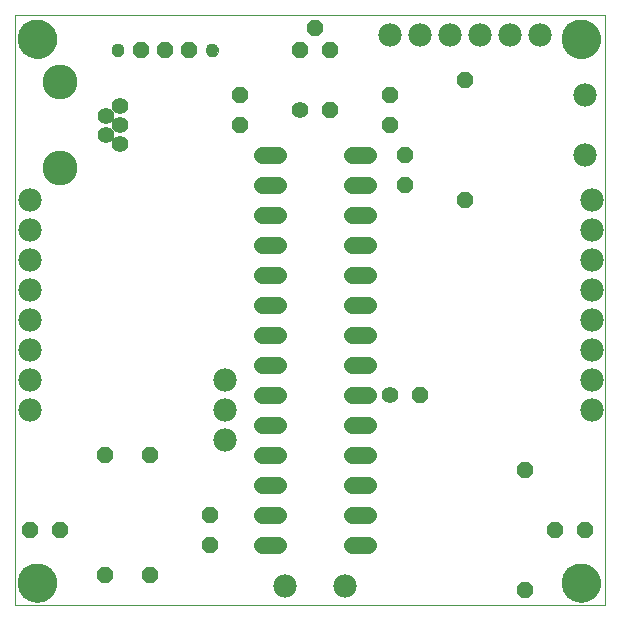
<source format=gts>
G75*
%MOIN*%
%OFA0B0*%
%FSLAX25Y25*%
%IPPOS*%
%LPD*%
%AMOC8*
5,1,8,0,0,1.08239X$1,22.5*
%
%ADD10C,0.00000*%
%ADD11C,0.12998*%
%ADD12OC8,0.05600*%
%ADD13C,0.05600*%
%ADD14C,0.05550*%
%ADD15C,0.11620*%
%ADD16C,0.07800*%
%ADD17C,0.05600*%
%ADD18C,0.03550*%
%ADD19C,0.04337*%
%ADD20OC8,0.05550*%
D10*
X0001800Y0001800D02*
X0001800Y0198650D01*
X0198650Y0198650D01*
X0198650Y0001800D01*
X0001800Y0001800D01*
X0003001Y0009300D02*
X0003003Y0009458D01*
X0003009Y0009616D01*
X0003019Y0009774D01*
X0003033Y0009932D01*
X0003051Y0010089D01*
X0003072Y0010246D01*
X0003098Y0010402D01*
X0003128Y0010558D01*
X0003161Y0010713D01*
X0003199Y0010866D01*
X0003240Y0011019D01*
X0003285Y0011171D01*
X0003334Y0011322D01*
X0003387Y0011471D01*
X0003443Y0011619D01*
X0003503Y0011765D01*
X0003567Y0011910D01*
X0003635Y0012053D01*
X0003706Y0012195D01*
X0003780Y0012335D01*
X0003858Y0012472D01*
X0003940Y0012608D01*
X0004024Y0012742D01*
X0004113Y0012873D01*
X0004204Y0013002D01*
X0004299Y0013129D01*
X0004396Y0013254D01*
X0004497Y0013376D01*
X0004601Y0013495D01*
X0004708Y0013612D01*
X0004818Y0013726D01*
X0004931Y0013837D01*
X0005046Y0013946D01*
X0005164Y0014051D01*
X0005285Y0014153D01*
X0005408Y0014253D01*
X0005534Y0014349D01*
X0005662Y0014442D01*
X0005792Y0014532D01*
X0005925Y0014618D01*
X0006060Y0014702D01*
X0006196Y0014781D01*
X0006335Y0014858D01*
X0006476Y0014930D01*
X0006618Y0015000D01*
X0006762Y0015065D01*
X0006908Y0015127D01*
X0007055Y0015185D01*
X0007204Y0015240D01*
X0007354Y0015291D01*
X0007505Y0015338D01*
X0007657Y0015381D01*
X0007810Y0015420D01*
X0007965Y0015456D01*
X0008120Y0015487D01*
X0008276Y0015515D01*
X0008432Y0015539D01*
X0008589Y0015559D01*
X0008747Y0015575D01*
X0008904Y0015587D01*
X0009063Y0015595D01*
X0009221Y0015599D01*
X0009379Y0015599D01*
X0009537Y0015595D01*
X0009696Y0015587D01*
X0009853Y0015575D01*
X0010011Y0015559D01*
X0010168Y0015539D01*
X0010324Y0015515D01*
X0010480Y0015487D01*
X0010635Y0015456D01*
X0010790Y0015420D01*
X0010943Y0015381D01*
X0011095Y0015338D01*
X0011246Y0015291D01*
X0011396Y0015240D01*
X0011545Y0015185D01*
X0011692Y0015127D01*
X0011838Y0015065D01*
X0011982Y0015000D01*
X0012124Y0014930D01*
X0012265Y0014858D01*
X0012404Y0014781D01*
X0012540Y0014702D01*
X0012675Y0014618D01*
X0012808Y0014532D01*
X0012938Y0014442D01*
X0013066Y0014349D01*
X0013192Y0014253D01*
X0013315Y0014153D01*
X0013436Y0014051D01*
X0013554Y0013946D01*
X0013669Y0013837D01*
X0013782Y0013726D01*
X0013892Y0013612D01*
X0013999Y0013495D01*
X0014103Y0013376D01*
X0014204Y0013254D01*
X0014301Y0013129D01*
X0014396Y0013002D01*
X0014487Y0012873D01*
X0014576Y0012742D01*
X0014660Y0012608D01*
X0014742Y0012472D01*
X0014820Y0012335D01*
X0014894Y0012195D01*
X0014965Y0012053D01*
X0015033Y0011910D01*
X0015097Y0011765D01*
X0015157Y0011619D01*
X0015213Y0011471D01*
X0015266Y0011322D01*
X0015315Y0011171D01*
X0015360Y0011019D01*
X0015401Y0010866D01*
X0015439Y0010713D01*
X0015472Y0010558D01*
X0015502Y0010402D01*
X0015528Y0010246D01*
X0015549Y0010089D01*
X0015567Y0009932D01*
X0015581Y0009774D01*
X0015591Y0009616D01*
X0015597Y0009458D01*
X0015599Y0009300D01*
X0015597Y0009142D01*
X0015591Y0008984D01*
X0015581Y0008826D01*
X0015567Y0008668D01*
X0015549Y0008511D01*
X0015528Y0008354D01*
X0015502Y0008198D01*
X0015472Y0008042D01*
X0015439Y0007887D01*
X0015401Y0007734D01*
X0015360Y0007581D01*
X0015315Y0007429D01*
X0015266Y0007278D01*
X0015213Y0007129D01*
X0015157Y0006981D01*
X0015097Y0006835D01*
X0015033Y0006690D01*
X0014965Y0006547D01*
X0014894Y0006405D01*
X0014820Y0006265D01*
X0014742Y0006128D01*
X0014660Y0005992D01*
X0014576Y0005858D01*
X0014487Y0005727D01*
X0014396Y0005598D01*
X0014301Y0005471D01*
X0014204Y0005346D01*
X0014103Y0005224D01*
X0013999Y0005105D01*
X0013892Y0004988D01*
X0013782Y0004874D01*
X0013669Y0004763D01*
X0013554Y0004654D01*
X0013436Y0004549D01*
X0013315Y0004447D01*
X0013192Y0004347D01*
X0013066Y0004251D01*
X0012938Y0004158D01*
X0012808Y0004068D01*
X0012675Y0003982D01*
X0012540Y0003898D01*
X0012404Y0003819D01*
X0012265Y0003742D01*
X0012124Y0003670D01*
X0011982Y0003600D01*
X0011838Y0003535D01*
X0011692Y0003473D01*
X0011545Y0003415D01*
X0011396Y0003360D01*
X0011246Y0003309D01*
X0011095Y0003262D01*
X0010943Y0003219D01*
X0010790Y0003180D01*
X0010635Y0003144D01*
X0010480Y0003113D01*
X0010324Y0003085D01*
X0010168Y0003061D01*
X0010011Y0003041D01*
X0009853Y0003025D01*
X0009696Y0003013D01*
X0009537Y0003005D01*
X0009379Y0003001D01*
X0009221Y0003001D01*
X0009063Y0003005D01*
X0008904Y0003013D01*
X0008747Y0003025D01*
X0008589Y0003041D01*
X0008432Y0003061D01*
X0008276Y0003085D01*
X0008120Y0003113D01*
X0007965Y0003144D01*
X0007810Y0003180D01*
X0007657Y0003219D01*
X0007505Y0003262D01*
X0007354Y0003309D01*
X0007204Y0003360D01*
X0007055Y0003415D01*
X0006908Y0003473D01*
X0006762Y0003535D01*
X0006618Y0003600D01*
X0006476Y0003670D01*
X0006335Y0003742D01*
X0006196Y0003819D01*
X0006060Y0003898D01*
X0005925Y0003982D01*
X0005792Y0004068D01*
X0005662Y0004158D01*
X0005534Y0004251D01*
X0005408Y0004347D01*
X0005285Y0004447D01*
X0005164Y0004549D01*
X0005046Y0004654D01*
X0004931Y0004763D01*
X0004818Y0004874D01*
X0004708Y0004988D01*
X0004601Y0005105D01*
X0004497Y0005224D01*
X0004396Y0005346D01*
X0004299Y0005471D01*
X0004204Y0005598D01*
X0004113Y0005727D01*
X0004024Y0005858D01*
X0003940Y0005992D01*
X0003858Y0006128D01*
X0003780Y0006265D01*
X0003706Y0006405D01*
X0003635Y0006547D01*
X0003567Y0006690D01*
X0003503Y0006835D01*
X0003443Y0006981D01*
X0003387Y0007129D01*
X0003334Y0007278D01*
X0003285Y0007429D01*
X0003240Y0007581D01*
X0003199Y0007734D01*
X0003161Y0007887D01*
X0003128Y0008042D01*
X0003098Y0008198D01*
X0003072Y0008354D01*
X0003051Y0008511D01*
X0003033Y0008668D01*
X0003019Y0008826D01*
X0003009Y0008984D01*
X0003003Y0009142D01*
X0003001Y0009300D01*
X0034083Y0186800D02*
X0034085Y0186888D01*
X0034091Y0186976D01*
X0034101Y0187064D01*
X0034115Y0187152D01*
X0034132Y0187238D01*
X0034154Y0187324D01*
X0034179Y0187408D01*
X0034209Y0187492D01*
X0034241Y0187574D01*
X0034278Y0187654D01*
X0034318Y0187733D01*
X0034362Y0187810D01*
X0034409Y0187885D01*
X0034459Y0187957D01*
X0034513Y0188028D01*
X0034569Y0188095D01*
X0034629Y0188161D01*
X0034691Y0188223D01*
X0034757Y0188283D01*
X0034824Y0188339D01*
X0034895Y0188393D01*
X0034967Y0188443D01*
X0035042Y0188490D01*
X0035119Y0188534D01*
X0035198Y0188574D01*
X0035278Y0188611D01*
X0035360Y0188643D01*
X0035444Y0188673D01*
X0035528Y0188698D01*
X0035614Y0188720D01*
X0035700Y0188737D01*
X0035788Y0188751D01*
X0035876Y0188761D01*
X0035964Y0188767D01*
X0036052Y0188769D01*
X0036140Y0188767D01*
X0036228Y0188761D01*
X0036316Y0188751D01*
X0036404Y0188737D01*
X0036490Y0188720D01*
X0036576Y0188698D01*
X0036660Y0188673D01*
X0036744Y0188643D01*
X0036826Y0188611D01*
X0036906Y0188574D01*
X0036985Y0188534D01*
X0037062Y0188490D01*
X0037137Y0188443D01*
X0037209Y0188393D01*
X0037280Y0188339D01*
X0037347Y0188283D01*
X0037413Y0188223D01*
X0037475Y0188161D01*
X0037535Y0188095D01*
X0037591Y0188028D01*
X0037645Y0187957D01*
X0037695Y0187885D01*
X0037742Y0187810D01*
X0037786Y0187733D01*
X0037826Y0187654D01*
X0037863Y0187574D01*
X0037895Y0187492D01*
X0037925Y0187408D01*
X0037950Y0187324D01*
X0037972Y0187238D01*
X0037989Y0187152D01*
X0038003Y0187064D01*
X0038013Y0186976D01*
X0038019Y0186888D01*
X0038021Y0186800D01*
X0038019Y0186712D01*
X0038013Y0186624D01*
X0038003Y0186536D01*
X0037989Y0186448D01*
X0037972Y0186362D01*
X0037950Y0186276D01*
X0037925Y0186192D01*
X0037895Y0186108D01*
X0037863Y0186026D01*
X0037826Y0185946D01*
X0037786Y0185867D01*
X0037742Y0185790D01*
X0037695Y0185715D01*
X0037645Y0185643D01*
X0037591Y0185572D01*
X0037535Y0185505D01*
X0037475Y0185439D01*
X0037413Y0185377D01*
X0037347Y0185317D01*
X0037280Y0185261D01*
X0037209Y0185207D01*
X0037137Y0185157D01*
X0037062Y0185110D01*
X0036985Y0185066D01*
X0036906Y0185026D01*
X0036826Y0184989D01*
X0036744Y0184957D01*
X0036660Y0184927D01*
X0036576Y0184902D01*
X0036490Y0184880D01*
X0036404Y0184863D01*
X0036316Y0184849D01*
X0036228Y0184839D01*
X0036140Y0184833D01*
X0036052Y0184831D01*
X0035964Y0184833D01*
X0035876Y0184839D01*
X0035788Y0184849D01*
X0035700Y0184863D01*
X0035614Y0184880D01*
X0035528Y0184902D01*
X0035444Y0184927D01*
X0035360Y0184957D01*
X0035278Y0184989D01*
X0035198Y0185026D01*
X0035119Y0185066D01*
X0035042Y0185110D01*
X0034967Y0185157D01*
X0034895Y0185207D01*
X0034824Y0185261D01*
X0034757Y0185317D01*
X0034691Y0185377D01*
X0034629Y0185439D01*
X0034569Y0185505D01*
X0034513Y0185572D01*
X0034459Y0185643D01*
X0034409Y0185715D01*
X0034362Y0185790D01*
X0034318Y0185867D01*
X0034278Y0185946D01*
X0034241Y0186026D01*
X0034209Y0186108D01*
X0034179Y0186192D01*
X0034154Y0186276D01*
X0034132Y0186362D01*
X0034115Y0186448D01*
X0034101Y0186536D01*
X0034091Y0186624D01*
X0034085Y0186712D01*
X0034083Y0186800D01*
X0042351Y0186800D02*
X0042353Y0186879D01*
X0042359Y0186958D01*
X0042369Y0187037D01*
X0042383Y0187115D01*
X0042400Y0187192D01*
X0042422Y0187268D01*
X0042447Y0187343D01*
X0042477Y0187416D01*
X0042509Y0187488D01*
X0042546Y0187559D01*
X0042586Y0187627D01*
X0042629Y0187693D01*
X0042675Y0187757D01*
X0042725Y0187819D01*
X0042778Y0187878D01*
X0042833Y0187934D01*
X0042892Y0187988D01*
X0042953Y0188038D01*
X0043016Y0188086D01*
X0043082Y0188130D01*
X0043150Y0188171D01*
X0043220Y0188208D01*
X0043291Y0188242D01*
X0043365Y0188272D01*
X0043439Y0188298D01*
X0043515Y0188320D01*
X0043592Y0188339D01*
X0043670Y0188354D01*
X0043748Y0188365D01*
X0043827Y0188372D01*
X0043906Y0188375D01*
X0043985Y0188374D01*
X0044064Y0188369D01*
X0044143Y0188360D01*
X0044221Y0188347D01*
X0044298Y0188330D01*
X0044375Y0188310D01*
X0044450Y0188285D01*
X0044524Y0188257D01*
X0044597Y0188225D01*
X0044667Y0188190D01*
X0044736Y0188151D01*
X0044803Y0188108D01*
X0044868Y0188062D01*
X0044930Y0188014D01*
X0044990Y0187962D01*
X0045047Y0187907D01*
X0045101Y0187849D01*
X0045152Y0187789D01*
X0045200Y0187726D01*
X0045245Y0187661D01*
X0045287Y0187593D01*
X0045325Y0187524D01*
X0045359Y0187453D01*
X0045390Y0187380D01*
X0045418Y0187305D01*
X0045441Y0187230D01*
X0045461Y0187153D01*
X0045477Y0187076D01*
X0045489Y0186997D01*
X0045497Y0186919D01*
X0045501Y0186840D01*
X0045501Y0186760D01*
X0045497Y0186681D01*
X0045489Y0186603D01*
X0045477Y0186524D01*
X0045461Y0186447D01*
X0045441Y0186370D01*
X0045418Y0186295D01*
X0045390Y0186220D01*
X0045359Y0186147D01*
X0045325Y0186076D01*
X0045287Y0186007D01*
X0045245Y0185939D01*
X0045200Y0185874D01*
X0045152Y0185811D01*
X0045101Y0185751D01*
X0045047Y0185693D01*
X0044990Y0185638D01*
X0044930Y0185586D01*
X0044868Y0185538D01*
X0044803Y0185492D01*
X0044736Y0185449D01*
X0044667Y0185410D01*
X0044597Y0185375D01*
X0044524Y0185343D01*
X0044450Y0185315D01*
X0044375Y0185290D01*
X0044298Y0185270D01*
X0044221Y0185253D01*
X0044143Y0185240D01*
X0044064Y0185231D01*
X0043985Y0185226D01*
X0043906Y0185225D01*
X0043827Y0185228D01*
X0043748Y0185235D01*
X0043670Y0185246D01*
X0043592Y0185261D01*
X0043515Y0185280D01*
X0043439Y0185302D01*
X0043365Y0185328D01*
X0043291Y0185358D01*
X0043220Y0185392D01*
X0043150Y0185429D01*
X0043082Y0185470D01*
X0043016Y0185514D01*
X0042953Y0185562D01*
X0042892Y0185612D01*
X0042833Y0185666D01*
X0042778Y0185722D01*
X0042725Y0185781D01*
X0042675Y0185843D01*
X0042629Y0185907D01*
X0042586Y0185973D01*
X0042546Y0186041D01*
X0042509Y0186112D01*
X0042477Y0186184D01*
X0042447Y0186257D01*
X0042422Y0186332D01*
X0042400Y0186408D01*
X0042383Y0186485D01*
X0042369Y0186563D01*
X0042359Y0186642D01*
X0042353Y0186721D01*
X0042351Y0186800D01*
X0050225Y0186800D02*
X0050227Y0186879D01*
X0050233Y0186958D01*
X0050243Y0187037D01*
X0050257Y0187115D01*
X0050274Y0187192D01*
X0050296Y0187268D01*
X0050321Y0187343D01*
X0050351Y0187416D01*
X0050383Y0187488D01*
X0050420Y0187559D01*
X0050460Y0187627D01*
X0050503Y0187693D01*
X0050549Y0187757D01*
X0050599Y0187819D01*
X0050652Y0187878D01*
X0050707Y0187934D01*
X0050766Y0187988D01*
X0050827Y0188038D01*
X0050890Y0188086D01*
X0050956Y0188130D01*
X0051024Y0188171D01*
X0051094Y0188208D01*
X0051165Y0188242D01*
X0051239Y0188272D01*
X0051313Y0188298D01*
X0051389Y0188320D01*
X0051466Y0188339D01*
X0051544Y0188354D01*
X0051622Y0188365D01*
X0051701Y0188372D01*
X0051780Y0188375D01*
X0051859Y0188374D01*
X0051938Y0188369D01*
X0052017Y0188360D01*
X0052095Y0188347D01*
X0052172Y0188330D01*
X0052249Y0188310D01*
X0052324Y0188285D01*
X0052398Y0188257D01*
X0052471Y0188225D01*
X0052541Y0188190D01*
X0052610Y0188151D01*
X0052677Y0188108D01*
X0052742Y0188062D01*
X0052804Y0188014D01*
X0052864Y0187962D01*
X0052921Y0187907D01*
X0052975Y0187849D01*
X0053026Y0187789D01*
X0053074Y0187726D01*
X0053119Y0187661D01*
X0053161Y0187593D01*
X0053199Y0187524D01*
X0053233Y0187453D01*
X0053264Y0187380D01*
X0053292Y0187305D01*
X0053315Y0187230D01*
X0053335Y0187153D01*
X0053351Y0187076D01*
X0053363Y0186997D01*
X0053371Y0186919D01*
X0053375Y0186840D01*
X0053375Y0186760D01*
X0053371Y0186681D01*
X0053363Y0186603D01*
X0053351Y0186524D01*
X0053335Y0186447D01*
X0053315Y0186370D01*
X0053292Y0186295D01*
X0053264Y0186220D01*
X0053233Y0186147D01*
X0053199Y0186076D01*
X0053161Y0186007D01*
X0053119Y0185939D01*
X0053074Y0185874D01*
X0053026Y0185811D01*
X0052975Y0185751D01*
X0052921Y0185693D01*
X0052864Y0185638D01*
X0052804Y0185586D01*
X0052742Y0185538D01*
X0052677Y0185492D01*
X0052610Y0185449D01*
X0052541Y0185410D01*
X0052471Y0185375D01*
X0052398Y0185343D01*
X0052324Y0185315D01*
X0052249Y0185290D01*
X0052172Y0185270D01*
X0052095Y0185253D01*
X0052017Y0185240D01*
X0051938Y0185231D01*
X0051859Y0185226D01*
X0051780Y0185225D01*
X0051701Y0185228D01*
X0051622Y0185235D01*
X0051544Y0185246D01*
X0051466Y0185261D01*
X0051389Y0185280D01*
X0051313Y0185302D01*
X0051239Y0185328D01*
X0051165Y0185358D01*
X0051094Y0185392D01*
X0051024Y0185429D01*
X0050956Y0185470D01*
X0050890Y0185514D01*
X0050827Y0185562D01*
X0050766Y0185612D01*
X0050707Y0185666D01*
X0050652Y0185722D01*
X0050599Y0185781D01*
X0050549Y0185843D01*
X0050503Y0185907D01*
X0050460Y0185973D01*
X0050420Y0186041D01*
X0050383Y0186112D01*
X0050351Y0186184D01*
X0050321Y0186257D01*
X0050296Y0186332D01*
X0050274Y0186408D01*
X0050257Y0186485D01*
X0050243Y0186563D01*
X0050233Y0186642D01*
X0050227Y0186721D01*
X0050225Y0186800D01*
X0058099Y0186800D02*
X0058101Y0186879D01*
X0058107Y0186958D01*
X0058117Y0187037D01*
X0058131Y0187115D01*
X0058148Y0187192D01*
X0058170Y0187268D01*
X0058195Y0187343D01*
X0058225Y0187416D01*
X0058257Y0187488D01*
X0058294Y0187559D01*
X0058334Y0187627D01*
X0058377Y0187693D01*
X0058423Y0187757D01*
X0058473Y0187819D01*
X0058526Y0187878D01*
X0058581Y0187934D01*
X0058640Y0187988D01*
X0058701Y0188038D01*
X0058764Y0188086D01*
X0058830Y0188130D01*
X0058898Y0188171D01*
X0058968Y0188208D01*
X0059039Y0188242D01*
X0059113Y0188272D01*
X0059187Y0188298D01*
X0059263Y0188320D01*
X0059340Y0188339D01*
X0059418Y0188354D01*
X0059496Y0188365D01*
X0059575Y0188372D01*
X0059654Y0188375D01*
X0059733Y0188374D01*
X0059812Y0188369D01*
X0059891Y0188360D01*
X0059969Y0188347D01*
X0060046Y0188330D01*
X0060123Y0188310D01*
X0060198Y0188285D01*
X0060272Y0188257D01*
X0060345Y0188225D01*
X0060415Y0188190D01*
X0060484Y0188151D01*
X0060551Y0188108D01*
X0060616Y0188062D01*
X0060678Y0188014D01*
X0060738Y0187962D01*
X0060795Y0187907D01*
X0060849Y0187849D01*
X0060900Y0187789D01*
X0060948Y0187726D01*
X0060993Y0187661D01*
X0061035Y0187593D01*
X0061073Y0187524D01*
X0061107Y0187453D01*
X0061138Y0187380D01*
X0061166Y0187305D01*
X0061189Y0187230D01*
X0061209Y0187153D01*
X0061225Y0187076D01*
X0061237Y0186997D01*
X0061245Y0186919D01*
X0061249Y0186840D01*
X0061249Y0186760D01*
X0061245Y0186681D01*
X0061237Y0186603D01*
X0061225Y0186524D01*
X0061209Y0186447D01*
X0061189Y0186370D01*
X0061166Y0186295D01*
X0061138Y0186220D01*
X0061107Y0186147D01*
X0061073Y0186076D01*
X0061035Y0186007D01*
X0060993Y0185939D01*
X0060948Y0185874D01*
X0060900Y0185811D01*
X0060849Y0185751D01*
X0060795Y0185693D01*
X0060738Y0185638D01*
X0060678Y0185586D01*
X0060616Y0185538D01*
X0060551Y0185492D01*
X0060484Y0185449D01*
X0060415Y0185410D01*
X0060345Y0185375D01*
X0060272Y0185343D01*
X0060198Y0185315D01*
X0060123Y0185290D01*
X0060046Y0185270D01*
X0059969Y0185253D01*
X0059891Y0185240D01*
X0059812Y0185231D01*
X0059733Y0185226D01*
X0059654Y0185225D01*
X0059575Y0185228D01*
X0059496Y0185235D01*
X0059418Y0185246D01*
X0059340Y0185261D01*
X0059263Y0185280D01*
X0059187Y0185302D01*
X0059113Y0185328D01*
X0059039Y0185358D01*
X0058968Y0185392D01*
X0058898Y0185429D01*
X0058830Y0185470D01*
X0058764Y0185514D01*
X0058701Y0185562D01*
X0058640Y0185612D01*
X0058581Y0185666D01*
X0058526Y0185722D01*
X0058473Y0185781D01*
X0058423Y0185843D01*
X0058377Y0185907D01*
X0058334Y0185973D01*
X0058294Y0186041D01*
X0058257Y0186112D01*
X0058225Y0186184D01*
X0058195Y0186257D01*
X0058170Y0186332D01*
X0058148Y0186408D01*
X0058131Y0186485D01*
X0058117Y0186563D01*
X0058107Y0186642D01*
X0058101Y0186721D01*
X0058099Y0186800D01*
X0065579Y0186800D02*
X0065581Y0186888D01*
X0065587Y0186976D01*
X0065597Y0187064D01*
X0065611Y0187152D01*
X0065628Y0187238D01*
X0065650Y0187324D01*
X0065675Y0187408D01*
X0065705Y0187492D01*
X0065737Y0187574D01*
X0065774Y0187654D01*
X0065814Y0187733D01*
X0065858Y0187810D01*
X0065905Y0187885D01*
X0065955Y0187957D01*
X0066009Y0188028D01*
X0066065Y0188095D01*
X0066125Y0188161D01*
X0066187Y0188223D01*
X0066253Y0188283D01*
X0066320Y0188339D01*
X0066391Y0188393D01*
X0066463Y0188443D01*
X0066538Y0188490D01*
X0066615Y0188534D01*
X0066694Y0188574D01*
X0066774Y0188611D01*
X0066856Y0188643D01*
X0066940Y0188673D01*
X0067024Y0188698D01*
X0067110Y0188720D01*
X0067196Y0188737D01*
X0067284Y0188751D01*
X0067372Y0188761D01*
X0067460Y0188767D01*
X0067548Y0188769D01*
X0067636Y0188767D01*
X0067724Y0188761D01*
X0067812Y0188751D01*
X0067900Y0188737D01*
X0067986Y0188720D01*
X0068072Y0188698D01*
X0068156Y0188673D01*
X0068240Y0188643D01*
X0068322Y0188611D01*
X0068402Y0188574D01*
X0068481Y0188534D01*
X0068558Y0188490D01*
X0068633Y0188443D01*
X0068705Y0188393D01*
X0068776Y0188339D01*
X0068843Y0188283D01*
X0068909Y0188223D01*
X0068971Y0188161D01*
X0069031Y0188095D01*
X0069087Y0188028D01*
X0069141Y0187957D01*
X0069191Y0187885D01*
X0069238Y0187810D01*
X0069282Y0187733D01*
X0069322Y0187654D01*
X0069359Y0187574D01*
X0069391Y0187492D01*
X0069421Y0187408D01*
X0069446Y0187324D01*
X0069468Y0187238D01*
X0069485Y0187152D01*
X0069499Y0187064D01*
X0069509Y0186976D01*
X0069515Y0186888D01*
X0069517Y0186800D01*
X0069515Y0186712D01*
X0069509Y0186624D01*
X0069499Y0186536D01*
X0069485Y0186448D01*
X0069468Y0186362D01*
X0069446Y0186276D01*
X0069421Y0186192D01*
X0069391Y0186108D01*
X0069359Y0186026D01*
X0069322Y0185946D01*
X0069282Y0185867D01*
X0069238Y0185790D01*
X0069191Y0185715D01*
X0069141Y0185643D01*
X0069087Y0185572D01*
X0069031Y0185505D01*
X0068971Y0185439D01*
X0068909Y0185377D01*
X0068843Y0185317D01*
X0068776Y0185261D01*
X0068705Y0185207D01*
X0068633Y0185157D01*
X0068558Y0185110D01*
X0068481Y0185066D01*
X0068402Y0185026D01*
X0068322Y0184989D01*
X0068240Y0184957D01*
X0068156Y0184927D01*
X0068072Y0184902D01*
X0067986Y0184880D01*
X0067900Y0184863D01*
X0067812Y0184849D01*
X0067724Y0184839D01*
X0067636Y0184833D01*
X0067548Y0184831D01*
X0067460Y0184833D01*
X0067372Y0184839D01*
X0067284Y0184849D01*
X0067196Y0184863D01*
X0067110Y0184880D01*
X0067024Y0184902D01*
X0066940Y0184927D01*
X0066856Y0184957D01*
X0066774Y0184989D01*
X0066694Y0185026D01*
X0066615Y0185066D01*
X0066538Y0185110D01*
X0066463Y0185157D01*
X0066391Y0185207D01*
X0066320Y0185261D01*
X0066253Y0185317D01*
X0066187Y0185377D01*
X0066125Y0185439D01*
X0066065Y0185505D01*
X0066009Y0185572D01*
X0065955Y0185643D01*
X0065905Y0185715D01*
X0065858Y0185790D01*
X0065814Y0185867D01*
X0065774Y0185946D01*
X0065737Y0186026D01*
X0065705Y0186108D01*
X0065675Y0186192D01*
X0065650Y0186276D01*
X0065628Y0186362D01*
X0065611Y0186448D01*
X0065597Y0186536D01*
X0065587Y0186624D01*
X0065581Y0186712D01*
X0065579Y0186800D01*
X0003001Y0190550D02*
X0003003Y0190708D01*
X0003009Y0190866D01*
X0003019Y0191024D01*
X0003033Y0191182D01*
X0003051Y0191339D01*
X0003072Y0191496D01*
X0003098Y0191652D01*
X0003128Y0191808D01*
X0003161Y0191963D01*
X0003199Y0192116D01*
X0003240Y0192269D01*
X0003285Y0192421D01*
X0003334Y0192572D01*
X0003387Y0192721D01*
X0003443Y0192869D01*
X0003503Y0193015D01*
X0003567Y0193160D01*
X0003635Y0193303D01*
X0003706Y0193445D01*
X0003780Y0193585D01*
X0003858Y0193722D01*
X0003940Y0193858D01*
X0004024Y0193992D01*
X0004113Y0194123D01*
X0004204Y0194252D01*
X0004299Y0194379D01*
X0004396Y0194504D01*
X0004497Y0194626D01*
X0004601Y0194745D01*
X0004708Y0194862D01*
X0004818Y0194976D01*
X0004931Y0195087D01*
X0005046Y0195196D01*
X0005164Y0195301D01*
X0005285Y0195403D01*
X0005408Y0195503D01*
X0005534Y0195599D01*
X0005662Y0195692D01*
X0005792Y0195782D01*
X0005925Y0195868D01*
X0006060Y0195952D01*
X0006196Y0196031D01*
X0006335Y0196108D01*
X0006476Y0196180D01*
X0006618Y0196250D01*
X0006762Y0196315D01*
X0006908Y0196377D01*
X0007055Y0196435D01*
X0007204Y0196490D01*
X0007354Y0196541D01*
X0007505Y0196588D01*
X0007657Y0196631D01*
X0007810Y0196670D01*
X0007965Y0196706D01*
X0008120Y0196737D01*
X0008276Y0196765D01*
X0008432Y0196789D01*
X0008589Y0196809D01*
X0008747Y0196825D01*
X0008904Y0196837D01*
X0009063Y0196845D01*
X0009221Y0196849D01*
X0009379Y0196849D01*
X0009537Y0196845D01*
X0009696Y0196837D01*
X0009853Y0196825D01*
X0010011Y0196809D01*
X0010168Y0196789D01*
X0010324Y0196765D01*
X0010480Y0196737D01*
X0010635Y0196706D01*
X0010790Y0196670D01*
X0010943Y0196631D01*
X0011095Y0196588D01*
X0011246Y0196541D01*
X0011396Y0196490D01*
X0011545Y0196435D01*
X0011692Y0196377D01*
X0011838Y0196315D01*
X0011982Y0196250D01*
X0012124Y0196180D01*
X0012265Y0196108D01*
X0012404Y0196031D01*
X0012540Y0195952D01*
X0012675Y0195868D01*
X0012808Y0195782D01*
X0012938Y0195692D01*
X0013066Y0195599D01*
X0013192Y0195503D01*
X0013315Y0195403D01*
X0013436Y0195301D01*
X0013554Y0195196D01*
X0013669Y0195087D01*
X0013782Y0194976D01*
X0013892Y0194862D01*
X0013999Y0194745D01*
X0014103Y0194626D01*
X0014204Y0194504D01*
X0014301Y0194379D01*
X0014396Y0194252D01*
X0014487Y0194123D01*
X0014576Y0193992D01*
X0014660Y0193858D01*
X0014742Y0193722D01*
X0014820Y0193585D01*
X0014894Y0193445D01*
X0014965Y0193303D01*
X0015033Y0193160D01*
X0015097Y0193015D01*
X0015157Y0192869D01*
X0015213Y0192721D01*
X0015266Y0192572D01*
X0015315Y0192421D01*
X0015360Y0192269D01*
X0015401Y0192116D01*
X0015439Y0191963D01*
X0015472Y0191808D01*
X0015502Y0191652D01*
X0015528Y0191496D01*
X0015549Y0191339D01*
X0015567Y0191182D01*
X0015581Y0191024D01*
X0015591Y0190866D01*
X0015597Y0190708D01*
X0015599Y0190550D01*
X0015597Y0190392D01*
X0015591Y0190234D01*
X0015581Y0190076D01*
X0015567Y0189918D01*
X0015549Y0189761D01*
X0015528Y0189604D01*
X0015502Y0189448D01*
X0015472Y0189292D01*
X0015439Y0189137D01*
X0015401Y0188984D01*
X0015360Y0188831D01*
X0015315Y0188679D01*
X0015266Y0188528D01*
X0015213Y0188379D01*
X0015157Y0188231D01*
X0015097Y0188085D01*
X0015033Y0187940D01*
X0014965Y0187797D01*
X0014894Y0187655D01*
X0014820Y0187515D01*
X0014742Y0187378D01*
X0014660Y0187242D01*
X0014576Y0187108D01*
X0014487Y0186977D01*
X0014396Y0186848D01*
X0014301Y0186721D01*
X0014204Y0186596D01*
X0014103Y0186474D01*
X0013999Y0186355D01*
X0013892Y0186238D01*
X0013782Y0186124D01*
X0013669Y0186013D01*
X0013554Y0185904D01*
X0013436Y0185799D01*
X0013315Y0185697D01*
X0013192Y0185597D01*
X0013066Y0185501D01*
X0012938Y0185408D01*
X0012808Y0185318D01*
X0012675Y0185232D01*
X0012540Y0185148D01*
X0012404Y0185069D01*
X0012265Y0184992D01*
X0012124Y0184920D01*
X0011982Y0184850D01*
X0011838Y0184785D01*
X0011692Y0184723D01*
X0011545Y0184665D01*
X0011396Y0184610D01*
X0011246Y0184559D01*
X0011095Y0184512D01*
X0010943Y0184469D01*
X0010790Y0184430D01*
X0010635Y0184394D01*
X0010480Y0184363D01*
X0010324Y0184335D01*
X0010168Y0184311D01*
X0010011Y0184291D01*
X0009853Y0184275D01*
X0009696Y0184263D01*
X0009537Y0184255D01*
X0009379Y0184251D01*
X0009221Y0184251D01*
X0009063Y0184255D01*
X0008904Y0184263D01*
X0008747Y0184275D01*
X0008589Y0184291D01*
X0008432Y0184311D01*
X0008276Y0184335D01*
X0008120Y0184363D01*
X0007965Y0184394D01*
X0007810Y0184430D01*
X0007657Y0184469D01*
X0007505Y0184512D01*
X0007354Y0184559D01*
X0007204Y0184610D01*
X0007055Y0184665D01*
X0006908Y0184723D01*
X0006762Y0184785D01*
X0006618Y0184850D01*
X0006476Y0184920D01*
X0006335Y0184992D01*
X0006196Y0185069D01*
X0006060Y0185148D01*
X0005925Y0185232D01*
X0005792Y0185318D01*
X0005662Y0185408D01*
X0005534Y0185501D01*
X0005408Y0185597D01*
X0005285Y0185697D01*
X0005164Y0185799D01*
X0005046Y0185904D01*
X0004931Y0186013D01*
X0004818Y0186124D01*
X0004708Y0186238D01*
X0004601Y0186355D01*
X0004497Y0186474D01*
X0004396Y0186596D01*
X0004299Y0186721D01*
X0004204Y0186848D01*
X0004113Y0186977D01*
X0004024Y0187108D01*
X0003940Y0187242D01*
X0003858Y0187378D01*
X0003780Y0187515D01*
X0003706Y0187655D01*
X0003635Y0187797D01*
X0003567Y0187940D01*
X0003503Y0188085D01*
X0003443Y0188231D01*
X0003387Y0188379D01*
X0003334Y0188528D01*
X0003285Y0188679D01*
X0003240Y0188831D01*
X0003199Y0188984D01*
X0003161Y0189137D01*
X0003128Y0189292D01*
X0003098Y0189448D01*
X0003072Y0189604D01*
X0003051Y0189761D01*
X0003033Y0189918D01*
X0003019Y0190076D01*
X0003009Y0190234D01*
X0003003Y0190392D01*
X0003001Y0190550D01*
X0184251Y0190550D02*
X0184253Y0190708D01*
X0184259Y0190866D01*
X0184269Y0191024D01*
X0184283Y0191182D01*
X0184301Y0191339D01*
X0184322Y0191496D01*
X0184348Y0191652D01*
X0184378Y0191808D01*
X0184411Y0191963D01*
X0184449Y0192116D01*
X0184490Y0192269D01*
X0184535Y0192421D01*
X0184584Y0192572D01*
X0184637Y0192721D01*
X0184693Y0192869D01*
X0184753Y0193015D01*
X0184817Y0193160D01*
X0184885Y0193303D01*
X0184956Y0193445D01*
X0185030Y0193585D01*
X0185108Y0193722D01*
X0185190Y0193858D01*
X0185274Y0193992D01*
X0185363Y0194123D01*
X0185454Y0194252D01*
X0185549Y0194379D01*
X0185646Y0194504D01*
X0185747Y0194626D01*
X0185851Y0194745D01*
X0185958Y0194862D01*
X0186068Y0194976D01*
X0186181Y0195087D01*
X0186296Y0195196D01*
X0186414Y0195301D01*
X0186535Y0195403D01*
X0186658Y0195503D01*
X0186784Y0195599D01*
X0186912Y0195692D01*
X0187042Y0195782D01*
X0187175Y0195868D01*
X0187310Y0195952D01*
X0187446Y0196031D01*
X0187585Y0196108D01*
X0187726Y0196180D01*
X0187868Y0196250D01*
X0188012Y0196315D01*
X0188158Y0196377D01*
X0188305Y0196435D01*
X0188454Y0196490D01*
X0188604Y0196541D01*
X0188755Y0196588D01*
X0188907Y0196631D01*
X0189060Y0196670D01*
X0189215Y0196706D01*
X0189370Y0196737D01*
X0189526Y0196765D01*
X0189682Y0196789D01*
X0189839Y0196809D01*
X0189997Y0196825D01*
X0190154Y0196837D01*
X0190313Y0196845D01*
X0190471Y0196849D01*
X0190629Y0196849D01*
X0190787Y0196845D01*
X0190946Y0196837D01*
X0191103Y0196825D01*
X0191261Y0196809D01*
X0191418Y0196789D01*
X0191574Y0196765D01*
X0191730Y0196737D01*
X0191885Y0196706D01*
X0192040Y0196670D01*
X0192193Y0196631D01*
X0192345Y0196588D01*
X0192496Y0196541D01*
X0192646Y0196490D01*
X0192795Y0196435D01*
X0192942Y0196377D01*
X0193088Y0196315D01*
X0193232Y0196250D01*
X0193374Y0196180D01*
X0193515Y0196108D01*
X0193654Y0196031D01*
X0193790Y0195952D01*
X0193925Y0195868D01*
X0194058Y0195782D01*
X0194188Y0195692D01*
X0194316Y0195599D01*
X0194442Y0195503D01*
X0194565Y0195403D01*
X0194686Y0195301D01*
X0194804Y0195196D01*
X0194919Y0195087D01*
X0195032Y0194976D01*
X0195142Y0194862D01*
X0195249Y0194745D01*
X0195353Y0194626D01*
X0195454Y0194504D01*
X0195551Y0194379D01*
X0195646Y0194252D01*
X0195737Y0194123D01*
X0195826Y0193992D01*
X0195910Y0193858D01*
X0195992Y0193722D01*
X0196070Y0193585D01*
X0196144Y0193445D01*
X0196215Y0193303D01*
X0196283Y0193160D01*
X0196347Y0193015D01*
X0196407Y0192869D01*
X0196463Y0192721D01*
X0196516Y0192572D01*
X0196565Y0192421D01*
X0196610Y0192269D01*
X0196651Y0192116D01*
X0196689Y0191963D01*
X0196722Y0191808D01*
X0196752Y0191652D01*
X0196778Y0191496D01*
X0196799Y0191339D01*
X0196817Y0191182D01*
X0196831Y0191024D01*
X0196841Y0190866D01*
X0196847Y0190708D01*
X0196849Y0190550D01*
X0196847Y0190392D01*
X0196841Y0190234D01*
X0196831Y0190076D01*
X0196817Y0189918D01*
X0196799Y0189761D01*
X0196778Y0189604D01*
X0196752Y0189448D01*
X0196722Y0189292D01*
X0196689Y0189137D01*
X0196651Y0188984D01*
X0196610Y0188831D01*
X0196565Y0188679D01*
X0196516Y0188528D01*
X0196463Y0188379D01*
X0196407Y0188231D01*
X0196347Y0188085D01*
X0196283Y0187940D01*
X0196215Y0187797D01*
X0196144Y0187655D01*
X0196070Y0187515D01*
X0195992Y0187378D01*
X0195910Y0187242D01*
X0195826Y0187108D01*
X0195737Y0186977D01*
X0195646Y0186848D01*
X0195551Y0186721D01*
X0195454Y0186596D01*
X0195353Y0186474D01*
X0195249Y0186355D01*
X0195142Y0186238D01*
X0195032Y0186124D01*
X0194919Y0186013D01*
X0194804Y0185904D01*
X0194686Y0185799D01*
X0194565Y0185697D01*
X0194442Y0185597D01*
X0194316Y0185501D01*
X0194188Y0185408D01*
X0194058Y0185318D01*
X0193925Y0185232D01*
X0193790Y0185148D01*
X0193654Y0185069D01*
X0193515Y0184992D01*
X0193374Y0184920D01*
X0193232Y0184850D01*
X0193088Y0184785D01*
X0192942Y0184723D01*
X0192795Y0184665D01*
X0192646Y0184610D01*
X0192496Y0184559D01*
X0192345Y0184512D01*
X0192193Y0184469D01*
X0192040Y0184430D01*
X0191885Y0184394D01*
X0191730Y0184363D01*
X0191574Y0184335D01*
X0191418Y0184311D01*
X0191261Y0184291D01*
X0191103Y0184275D01*
X0190946Y0184263D01*
X0190787Y0184255D01*
X0190629Y0184251D01*
X0190471Y0184251D01*
X0190313Y0184255D01*
X0190154Y0184263D01*
X0189997Y0184275D01*
X0189839Y0184291D01*
X0189682Y0184311D01*
X0189526Y0184335D01*
X0189370Y0184363D01*
X0189215Y0184394D01*
X0189060Y0184430D01*
X0188907Y0184469D01*
X0188755Y0184512D01*
X0188604Y0184559D01*
X0188454Y0184610D01*
X0188305Y0184665D01*
X0188158Y0184723D01*
X0188012Y0184785D01*
X0187868Y0184850D01*
X0187726Y0184920D01*
X0187585Y0184992D01*
X0187446Y0185069D01*
X0187310Y0185148D01*
X0187175Y0185232D01*
X0187042Y0185318D01*
X0186912Y0185408D01*
X0186784Y0185501D01*
X0186658Y0185597D01*
X0186535Y0185697D01*
X0186414Y0185799D01*
X0186296Y0185904D01*
X0186181Y0186013D01*
X0186068Y0186124D01*
X0185958Y0186238D01*
X0185851Y0186355D01*
X0185747Y0186474D01*
X0185646Y0186596D01*
X0185549Y0186721D01*
X0185454Y0186848D01*
X0185363Y0186977D01*
X0185274Y0187108D01*
X0185190Y0187242D01*
X0185108Y0187378D01*
X0185030Y0187515D01*
X0184956Y0187655D01*
X0184885Y0187797D01*
X0184817Y0187940D01*
X0184753Y0188085D01*
X0184693Y0188231D01*
X0184637Y0188379D01*
X0184584Y0188528D01*
X0184535Y0188679D01*
X0184490Y0188831D01*
X0184449Y0188984D01*
X0184411Y0189137D01*
X0184378Y0189292D01*
X0184348Y0189448D01*
X0184322Y0189604D01*
X0184301Y0189761D01*
X0184283Y0189918D01*
X0184269Y0190076D01*
X0184259Y0190234D01*
X0184253Y0190392D01*
X0184251Y0190550D01*
X0184251Y0009300D02*
X0184253Y0009458D01*
X0184259Y0009616D01*
X0184269Y0009774D01*
X0184283Y0009932D01*
X0184301Y0010089D01*
X0184322Y0010246D01*
X0184348Y0010402D01*
X0184378Y0010558D01*
X0184411Y0010713D01*
X0184449Y0010866D01*
X0184490Y0011019D01*
X0184535Y0011171D01*
X0184584Y0011322D01*
X0184637Y0011471D01*
X0184693Y0011619D01*
X0184753Y0011765D01*
X0184817Y0011910D01*
X0184885Y0012053D01*
X0184956Y0012195D01*
X0185030Y0012335D01*
X0185108Y0012472D01*
X0185190Y0012608D01*
X0185274Y0012742D01*
X0185363Y0012873D01*
X0185454Y0013002D01*
X0185549Y0013129D01*
X0185646Y0013254D01*
X0185747Y0013376D01*
X0185851Y0013495D01*
X0185958Y0013612D01*
X0186068Y0013726D01*
X0186181Y0013837D01*
X0186296Y0013946D01*
X0186414Y0014051D01*
X0186535Y0014153D01*
X0186658Y0014253D01*
X0186784Y0014349D01*
X0186912Y0014442D01*
X0187042Y0014532D01*
X0187175Y0014618D01*
X0187310Y0014702D01*
X0187446Y0014781D01*
X0187585Y0014858D01*
X0187726Y0014930D01*
X0187868Y0015000D01*
X0188012Y0015065D01*
X0188158Y0015127D01*
X0188305Y0015185D01*
X0188454Y0015240D01*
X0188604Y0015291D01*
X0188755Y0015338D01*
X0188907Y0015381D01*
X0189060Y0015420D01*
X0189215Y0015456D01*
X0189370Y0015487D01*
X0189526Y0015515D01*
X0189682Y0015539D01*
X0189839Y0015559D01*
X0189997Y0015575D01*
X0190154Y0015587D01*
X0190313Y0015595D01*
X0190471Y0015599D01*
X0190629Y0015599D01*
X0190787Y0015595D01*
X0190946Y0015587D01*
X0191103Y0015575D01*
X0191261Y0015559D01*
X0191418Y0015539D01*
X0191574Y0015515D01*
X0191730Y0015487D01*
X0191885Y0015456D01*
X0192040Y0015420D01*
X0192193Y0015381D01*
X0192345Y0015338D01*
X0192496Y0015291D01*
X0192646Y0015240D01*
X0192795Y0015185D01*
X0192942Y0015127D01*
X0193088Y0015065D01*
X0193232Y0015000D01*
X0193374Y0014930D01*
X0193515Y0014858D01*
X0193654Y0014781D01*
X0193790Y0014702D01*
X0193925Y0014618D01*
X0194058Y0014532D01*
X0194188Y0014442D01*
X0194316Y0014349D01*
X0194442Y0014253D01*
X0194565Y0014153D01*
X0194686Y0014051D01*
X0194804Y0013946D01*
X0194919Y0013837D01*
X0195032Y0013726D01*
X0195142Y0013612D01*
X0195249Y0013495D01*
X0195353Y0013376D01*
X0195454Y0013254D01*
X0195551Y0013129D01*
X0195646Y0013002D01*
X0195737Y0012873D01*
X0195826Y0012742D01*
X0195910Y0012608D01*
X0195992Y0012472D01*
X0196070Y0012335D01*
X0196144Y0012195D01*
X0196215Y0012053D01*
X0196283Y0011910D01*
X0196347Y0011765D01*
X0196407Y0011619D01*
X0196463Y0011471D01*
X0196516Y0011322D01*
X0196565Y0011171D01*
X0196610Y0011019D01*
X0196651Y0010866D01*
X0196689Y0010713D01*
X0196722Y0010558D01*
X0196752Y0010402D01*
X0196778Y0010246D01*
X0196799Y0010089D01*
X0196817Y0009932D01*
X0196831Y0009774D01*
X0196841Y0009616D01*
X0196847Y0009458D01*
X0196849Y0009300D01*
X0196847Y0009142D01*
X0196841Y0008984D01*
X0196831Y0008826D01*
X0196817Y0008668D01*
X0196799Y0008511D01*
X0196778Y0008354D01*
X0196752Y0008198D01*
X0196722Y0008042D01*
X0196689Y0007887D01*
X0196651Y0007734D01*
X0196610Y0007581D01*
X0196565Y0007429D01*
X0196516Y0007278D01*
X0196463Y0007129D01*
X0196407Y0006981D01*
X0196347Y0006835D01*
X0196283Y0006690D01*
X0196215Y0006547D01*
X0196144Y0006405D01*
X0196070Y0006265D01*
X0195992Y0006128D01*
X0195910Y0005992D01*
X0195826Y0005858D01*
X0195737Y0005727D01*
X0195646Y0005598D01*
X0195551Y0005471D01*
X0195454Y0005346D01*
X0195353Y0005224D01*
X0195249Y0005105D01*
X0195142Y0004988D01*
X0195032Y0004874D01*
X0194919Y0004763D01*
X0194804Y0004654D01*
X0194686Y0004549D01*
X0194565Y0004447D01*
X0194442Y0004347D01*
X0194316Y0004251D01*
X0194188Y0004158D01*
X0194058Y0004068D01*
X0193925Y0003982D01*
X0193790Y0003898D01*
X0193654Y0003819D01*
X0193515Y0003742D01*
X0193374Y0003670D01*
X0193232Y0003600D01*
X0193088Y0003535D01*
X0192942Y0003473D01*
X0192795Y0003415D01*
X0192646Y0003360D01*
X0192496Y0003309D01*
X0192345Y0003262D01*
X0192193Y0003219D01*
X0192040Y0003180D01*
X0191885Y0003144D01*
X0191730Y0003113D01*
X0191574Y0003085D01*
X0191418Y0003061D01*
X0191261Y0003041D01*
X0191103Y0003025D01*
X0190946Y0003013D01*
X0190787Y0003005D01*
X0190629Y0003001D01*
X0190471Y0003001D01*
X0190313Y0003005D01*
X0190154Y0003013D01*
X0189997Y0003025D01*
X0189839Y0003041D01*
X0189682Y0003061D01*
X0189526Y0003085D01*
X0189370Y0003113D01*
X0189215Y0003144D01*
X0189060Y0003180D01*
X0188907Y0003219D01*
X0188755Y0003262D01*
X0188604Y0003309D01*
X0188454Y0003360D01*
X0188305Y0003415D01*
X0188158Y0003473D01*
X0188012Y0003535D01*
X0187868Y0003600D01*
X0187726Y0003670D01*
X0187585Y0003742D01*
X0187446Y0003819D01*
X0187310Y0003898D01*
X0187175Y0003982D01*
X0187042Y0004068D01*
X0186912Y0004158D01*
X0186784Y0004251D01*
X0186658Y0004347D01*
X0186535Y0004447D01*
X0186414Y0004549D01*
X0186296Y0004654D01*
X0186181Y0004763D01*
X0186068Y0004874D01*
X0185958Y0004988D01*
X0185851Y0005105D01*
X0185747Y0005224D01*
X0185646Y0005346D01*
X0185549Y0005471D01*
X0185454Y0005598D01*
X0185363Y0005727D01*
X0185274Y0005858D01*
X0185190Y0005992D01*
X0185108Y0006128D01*
X0185030Y0006265D01*
X0184956Y0006405D01*
X0184885Y0006547D01*
X0184817Y0006690D01*
X0184753Y0006835D01*
X0184693Y0006981D01*
X0184637Y0007129D01*
X0184584Y0007278D01*
X0184535Y0007429D01*
X0184490Y0007581D01*
X0184449Y0007734D01*
X0184411Y0007887D01*
X0184378Y0008042D01*
X0184348Y0008198D01*
X0184322Y0008354D01*
X0184301Y0008511D01*
X0184283Y0008668D01*
X0184269Y0008826D01*
X0184259Y0008984D01*
X0184253Y0009142D01*
X0184251Y0009300D01*
D11*
X0190550Y0009300D03*
X0190550Y0190550D03*
X0009300Y0190550D03*
X0009300Y0009300D03*
D12*
X0006800Y0026800D03*
X0016800Y0026800D03*
X0031800Y0011800D03*
X0046800Y0011800D03*
X0066800Y0021800D03*
X0066800Y0031800D03*
X0046800Y0051800D03*
X0031800Y0051800D03*
X0131800Y0141800D03*
X0131800Y0151800D03*
X0126800Y0161800D03*
X0126800Y0171800D03*
X0106800Y0166800D03*
X0106800Y0186800D03*
X0101800Y0194300D03*
X0096800Y0186800D03*
X0076800Y0171800D03*
X0076800Y0161800D03*
X0151800Y0176800D03*
X0151800Y0136800D03*
X0136800Y0071800D03*
X0171800Y0046800D03*
X0181800Y0026800D03*
X0191800Y0026800D03*
X0171800Y0006800D03*
D13*
X0126800Y0071800D03*
X0096800Y0166800D03*
D14*
X0036879Y0168099D03*
X0032154Y0164950D03*
X0036879Y0161800D03*
X0032154Y0158650D03*
X0036879Y0155501D03*
D15*
X0016800Y0147430D03*
X0016800Y0176170D03*
D16*
X0006800Y0136800D03*
X0006800Y0126800D03*
X0006800Y0116800D03*
X0006800Y0106800D03*
X0006800Y0096800D03*
X0006800Y0086800D03*
X0006800Y0076800D03*
X0006800Y0066800D03*
X0071800Y0066800D03*
X0071800Y0056800D03*
X0071800Y0076800D03*
X0091800Y0008050D03*
X0111800Y0008050D03*
X0194300Y0066800D03*
X0194300Y0076800D03*
X0194300Y0086800D03*
X0194300Y0096800D03*
X0194300Y0106800D03*
X0194300Y0116800D03*
X0194300Y0126800D03*
X0194300Y0136800D03*
X0191800Y0151800D03*
X0191800Y0171800D03*
X0176800Y0191800D03*
X0166800Y0191800D03*
X0156800Y0191800D03*
X0146800Y0191800D03*
X0136800Y0191800D03*
X0126800Y0191800D03*
D17*
X0119400Y0151800D02*
X0114200Y0151800D01*
X0114200Y0141800D02*
X0119400Y0141800D01*
X0119400Y0131800D02*
X0114200Y0131800D01*
X0114200Y0121800D02*
X0119400Y0121800D01*
X0119400Y0111800D02*
X0114200Y0111800D01*
X0114200Y0101800D02*
X0119400Y0101800D01*
X0119400Y0091800D02*
X0114200Y0091800D01*
X0114200Y0081800D02*
X0119400Y0081800D01*
X0119400Y0071800D02*
X0114200Y0071800D01*
X0114200Y0061800D02*
X0119400Y0061800D01*
X0119400Y0051800D02*
X0114200Y0051800D01*
X0114200Y0041800D02*
X0119400Y0041800D01*
X0119400Y0031800D02*
X0114200Y0031800D01*
X0114200Y0021800D02*
X0119400Y0021800D01*
X0089400Y0021800D02*
X0084200Y0021800D01*
X0084200Y0031800D02*
X0089400Y0031800D01*
X0089400Y0041800D02*
X0084200Y0041800D01*
X0084200Y0051800D02*
X0089400Y0051800D01*
X0089400Y0061800D02*
X0084200Y0061800D01*
X0084200Y0071800D02*
X0089400Y0071800D01*
X0089400Y0081800D02*
X0084200Y0081800D01*
X0084200Y0091800D02*
X0089400Y0091800D01*
X0089400Y0101800D02*
X0084200Y0101800D01*
X0084200Y0111800D02*
X0089400Y0111800D01*
X0089400Y0121800D02*
X0084200Y0121800D01*
X0084200Y0131800D02*
X0089400Y0131800D01*
X0089400Y0141800D02*
X0084200Y0141800D01*
X0084200Y0151800D02*
X0089400Y0151800D01*
D18*
X0059674Y0186800D03*
X0051800Y0186800D03*
X0043926Y0186800D03*
D19*
X0036052Y0186800D03*
X0067548Y0186800D03*
D20*
X0059800Y0186800D03*
X0051800Y0186800D03*
X0043800Y0186800D03*
M02*

</source>
